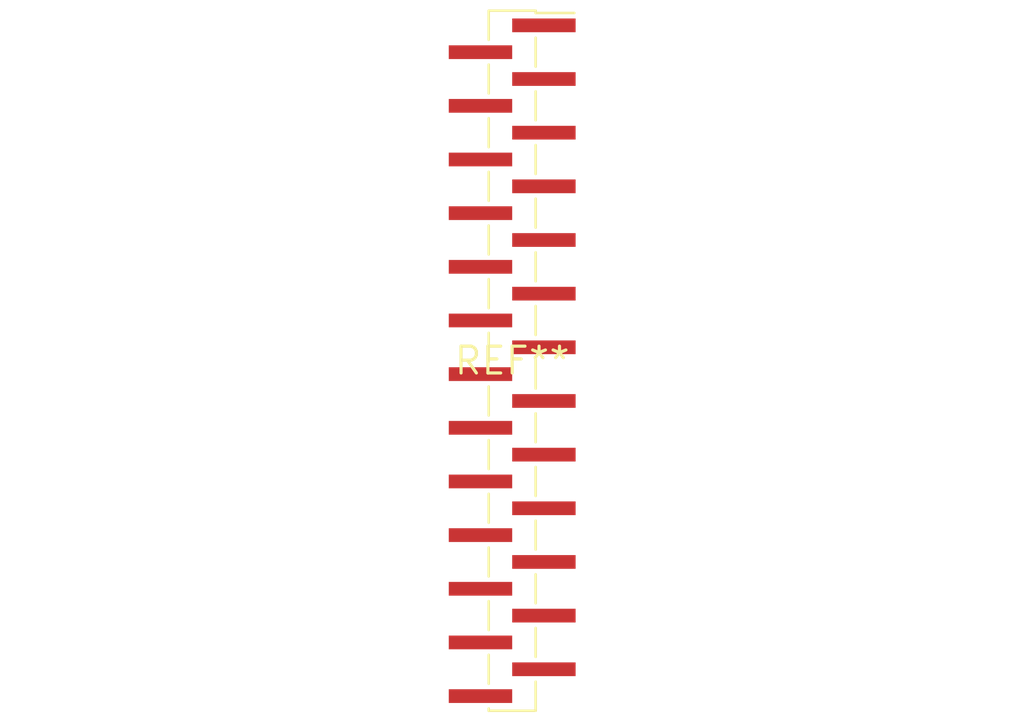
<source format=kicad_pcb>
(kicad_pcb (version 20240108) (generator pcbnew)
  (layers (0 "F.Cu" signal) (31 "B.Cu" signal) (34 "B.Paste" user) (35 "F.Paste" user) (36 "B.SilkS" user "B.Silkscreen") (37 "F.SilkS" user "F.Silkscreen") (38 "B.Mask" user) (39 "F.Mask" user) (44 "Edge.Cuts" user))
  (net 0 "")
  (footprint "PinHeader_1x26_P1.27mm_Vertical_SMD_Pin1Right" (layer "F.Cu") (at 0 0)
    (property "Reference" "REF**")
    (property "Value" "PinHeader_1x26_P1.27mm_Vertical_SMD_Pin1Right")
    (fp_line (start -1.11 -16.57) (end 1.11 -16.57) (layer "F.SilkS") (stroke (width 0.12)))
    (fp_line (start -1.11 -16.56) (end -1.11 -15.19) (layer "F.SilkS") (stroke (width 0.12)))
    (fp_line (start -1.11 -14.02) (end -1.11 -12.65) (layer "F.SilkS") (stroke (width 0.12)))
    (fp_line (start -1.11 -11.48) (end -1.11 -10.11) (layer "F.SilkS") (stroke (width 0.12)))
    (fp_line (start -1.11 -8.94) (end -1.11 -7.57) (layer "F.SilkS") (stroke (width 0.12)))
    (fp_line (start -1.11 -6.4) (end -1.11 -5.03) (layer "F.SilkS") (stroke (width 0.12)))
    (fp_line (start -1.11 -3.86) (end -1.11 -2.49) (layer "F.SilkS") (stroke (width 0.12)))
    (fp_line (start -1.11 -1.32) (end -1.11 0.05) (layer "F.SilkS") (stroke (width 0.12)))
    (fp_line (start -1.11 1.22) (end -1.11 2.59) (layer "F.SilkS") (stroke (width 0.12)))
    (fp_line (start -1.11 3.76) (end -1.11 5.13) (layer "F.SilkS") (stroke (width 0.12)))
    (fp_line (start -1.11 6.3) (end -1.11 7.67) (layer "F.SilkS") (stroke (width 0.12)))
    (fp_line (start -1.11 8.84) (end -1.11 10.21) (layer "F.SilkS") (stroke (width 0.12)))
    (fp_line (start -1.11 11.38) (end -1.11 12.75) (layer "F.SilkS") (stroke (width 0.12)))
    (fp_line (start -1.11 13.92) (end -1.11 15.29) (layer "F.SilkS") (stroke (width 0.12)))
    (fp_line (start -1.11 16.46) (end -1.11 16.57) (layer "F.SilkS") (stroke (width 0.12)))
    (fp_line (start -1.11 16.57) (end 1.11 16.57) (layer "F.SilkS") (stroke (width 0.12)))
    (fp_line (start 1.11 -16.57) (end 1.11 -16.46) (layer "F.SilkS") (stroke (width 0.12)))
    (fp_line (start 1.11 -16.46) (end 2.94 -16.46) (layer "F.SilkS") (stroke (width 0.12)))
    (fp_line (start 1.11 -15.29) (end 1.11 -13.92) (layer "F.SilkS") (stroke (width 0.12)))
    (fp_line (start 1.11 -12.75) (end 1.11 -11.38) (layer "F.SilkS") (stroke (width 0.12)))
    (fp_line (start 1.11 -10.21) (end 1.11 -8.84) (layer "F.SilkS") (stroke (width 0.12)))
    (fp_line (start 1.11 -7.67) (end 1.11 -6.3) (layer "F.SilkS") (stroke (width 0.12)))
    (fp_line (start 1.11 -5.13) (end 1.11 -3.76) (layer "F.SilkS") (stroke (width 0.12)))
    (fp_line (start 1.11 -2.59) (end 1.11 -1.22) (layer "F.SilkS") (stroke (width 0.12)))
    (fp_line (start 1.11 -0.05) (end 1.11 1.32) (layer "F.SilkS") (stroke (width 0.12)))
    (fp_line (start 1.11 2.49) (end 1.11 3.86) (layer "F.SilkS") (stroke (width 0.12)))
    (fp_line (start 1.11 5.03) (end 1.11 6.4) (layer "F.SilkS") (stroke (width 0.12)))
    (fp_line (start 1.11 7.57) (end 1.11 8.94) (layer "F.SilkS") (stroke (width 0.12)))
    (fp_line (start 1.11 10.11) (end 1.11 11.48) (layer "F.SilkS") (stroke (width 0.12)))
    (fp_line (start 1.11 12.65) (end 1.11 14.02) (layer "F.SilkS") (stroke (width 0.12)))
    (fp_line (start 1.11 15.19) (end 1.11 16.56) (layer "F.SilkS") (stroke (width 0.12)))
    (pad "1" smd rect (at 1.5 -15.875) (size 3 0.65) (layers "F.Cu" "F.Paste" "F.Mask"))
    (pad "2" smd rect (at -1.5 -14.605) (size 3 0.65) (layers "F.Cu" "F.Paste" "F.Mask"))
    (pad "3" smd rect (at 1.5 -13.335) (size 3 0.65) (layers "F.Cu" "F.Paste" "F.Mask"))
    (pad "4" smd rect (at -1.5 -12.065) (size 3 0.65) (layers "F.Cu" "F.Paste" "F.Mask"))
    (pad "5" smd rect (at 1.5 -10.795) (size 3 0.65) (layers "F.Cu" "F.Paste" "F.Mask"))
    (pad "6" smd rect (at -1.5 -9.525) (size 3 0.65) (layers "F.Cu" "F.Paste" "F.Mask"))
    (pad "7" smd rect (at 1.5 -8.255) (size 3 0.65) (layers "F.Cu" "F.Paste" "F.Mask"))
    (pad "8" smd rect (at -1.5 -6.985) (size 3 0.65) (layers "F.Cu" "F.Paste" "F.Mask"))
    (pad "9" smd rect (at 1.5 -5.715) (size 3 0.65) (layers "F.Cu" "F.Paste" "F.Mask"))
    (pad "10" smd rect (at -1.5 -4.445) (size 3 0.65) (layers "F.Cu" "F.Paste" "F.Mask"))
    (pad "11" smd rect (at 1.5 -3.175) (size 3 0.65) (layers "F.Cu" "F.Paste" "F.Mask"))
    (pad "12" smd rect (at -1.5 -1.905) (size 3 0.65) (layers "F.Cu" "F.Paste" "F.Mask"))
    (pad "13" smd rect (at 1.5 -0.635) (size 3 0.65) (layers "F.Cu" "F.Paste" "F.Mask"))
    (pad "14" smd rect (at -1.5 0.635) (size 3 0.65) (layers "F.Cu" "F.Paste" "F.Mask"))
    (pad "15" smd rect (at 1.5 1.905) (size 3 0.65) (layers "F.Cu" "F.Paste" "F.Mask"))
    (pad "16" smd rect (at -1.5 3.175) (size 3 0.65) (layers "F.Cu" "F.Paste" "F.Mask"))
    (pad "17" smd rect (at 1.5 4.445) (size 3 0.65) (layers "F.Cu" "F.Paste" "F.Mask"))
    (pad "18" smd rect (at -1.5 5.715) (size 3 0.65) (layers "F.Cu" "F.Paste" "F.Mask"))
    (pad "19" smd rect (at 1.5 6.985) (size 3 0.65) (layers "F.Cu" "F.Paste" "F.Mask"))
    (pad "20" smd rect (at -1.5 8.255) (size 3 0.65) (layers "F.Cu" "F.Paste" "F.Mask"))
    (pad "21" smd rect (at 1.5 9.525) (size 3 0.65) (layers "F.Cu" "F.Paste" "F.Mask"))
    (pad "22" smd rect (at -1.5 10.795) (size 3 0.65) (layers "F.Cu" "F.Paste" "F.Mask"))
    (pad "23" smd rect (at 1.5 12.065) (size 3 0.65) (layers "F.Cu" "F.Paste" "F.Mask"))
    (pad "24" smd rect (at -1.5 13.335) (size 3 0.65) (layers "F.Cu" "F.Paste" "F.Mask"))
    (pad "25" smd rect (at 1.5 14.605) (size 3 0.65) (layers "F.Cu" "F.Paste" "F.Mask"))
    (pad "26" smd rect (at -1.5 15.875) (size 3 0.65) (layers "F.Cu" "F.Paste" "F.Mask"))
  )
)
</source>
